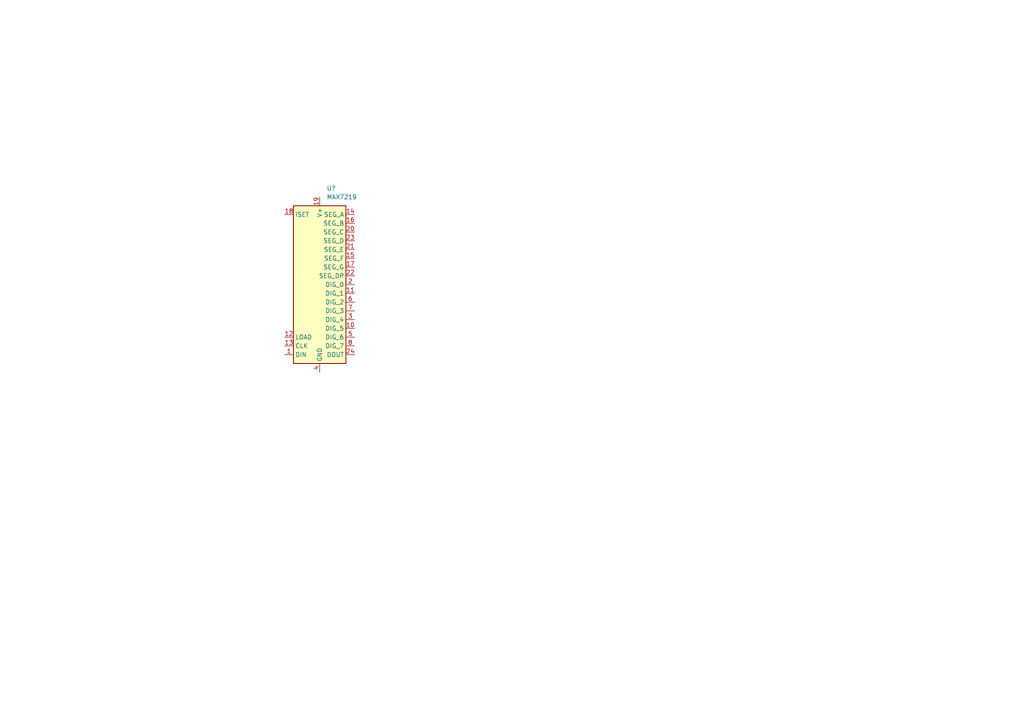
<source format=kicad_sch>
(kicad_sch (version 20211123) (generator eeschema)
  (paper "A4")
  (lib_symbols
    (symbol "Driver_LED:MAX7219"
      (property "Reference" "U" (at -6.35 24.13 0))
      (property "Value" "MAX7219" (at 1.27 25.4 0))
      (symbol "MAX7219_0_1"
        (rectangle (start -7.62 22.86) (end 7.62 -22.86) (stroke (width 0.254)) (fill (type background)))
      )
      (symbol "MAX7219_1_1"
        (pin input line (at -10.16 -20.32 0) (length 2.54) (name "DIN") (number "1"))
        (pin output line (at 10.16 -12.7 180) (length 2.54) (name "DIG_5") (number "10"))
        (pin output line (at 10.16 -2.54 180) (length 2.54) (name "DIG_1") (number "11"))
        (pin input line (at -10.16 -15.24 0) (length 2.54) (name "LOAD") (number "12"))
        (pin input line (at -10.16 -17.78 0) (length 2.54) (name "CLK") (number "13"))
        (pin output line (at 10.16 20.32 180) (length 2.54) (name "SEG_A") (number "14"))
        (pin output line (at 10.16 7.62 180) (length 2.54) (name "SEG_F") (number "15"))
        (pin output line (at 10.16 17.78 180) (length 2.54) (name "SEG_B") (number "16"))
        (pin output line (at 10.16 5.08 180) (length 2.54) (name "SEG_G") (number "17"))
        (pin input line (at -10.16 20.32 0) (length 2.54) (name "ISET") (number "18"))
        (pin power_in line (at 0 25.4 270) (length 2.54) (name "V+") (number "19"))
        (pin output line (at 10.16 0 180) (length 2.54) (name "DIG_0") (number "2"))
        (pin output line (at 10.16 15.24 180) (length 2.54) (name "SEG_C") (number "20"))
        (pin output line (at 10.16 10.16 180) (length 2.54) (name "SEG_E") (number "21"))
        (pin output line (at 10.16 2.54 180) (length 2.54) (name "SEG_DP") (number "22"))
        (pin output line (at 10.16 12.7 180) (length 2.54) (name "SEG_D") (number "23"))
        (pin output line (at 10.16 -20.32 180) (length 2.54) (name "DOUT") (number "24"))
        (pin output line (at 10.16 -10.16 180) (length 2.54) (name "DIG_4") (number "3"))
        (pin power_in line (at 0 -25.4 90) (length 2.54) (name "GND") (number "4"))
        (pin output line (at 10.16 -15.24 180) (length 2.54) (name "DIG_6") (number "5"))
        (pin output line (at 10.16 -5.08 180) (length 2.54) (name "DIG_2") (number "6"))
        (pin output line (at 10.16 -7.62 180) (length 2.54) (name "DIG_3") (number "7"))
        (pin output line (at 10.16 -17.78 180) (length 2.54) (name "DIG_7") (number "8"))
        (pin passive line (at 0 -25.4 90) (length 2.54) hide (name "GND") (number "9"))
      )
    )
  )
  (symbol (lib_id "Driver_LED:MAX7219") (at 92.71 82.55 0) (unit 1)
    (property "Reference" "U?" (at 94.7294 54.61 0) (effects (justify left)))
    (property "Value" "MAX7219" (at 94.7294 57.15 0) (effects (justify left)))
    (property "Datasheet" "https://datasheets.maximintegrated.com/en/ds/MAX7219-MAX7221.pdf" (effects hide))
  )
)
</source>
